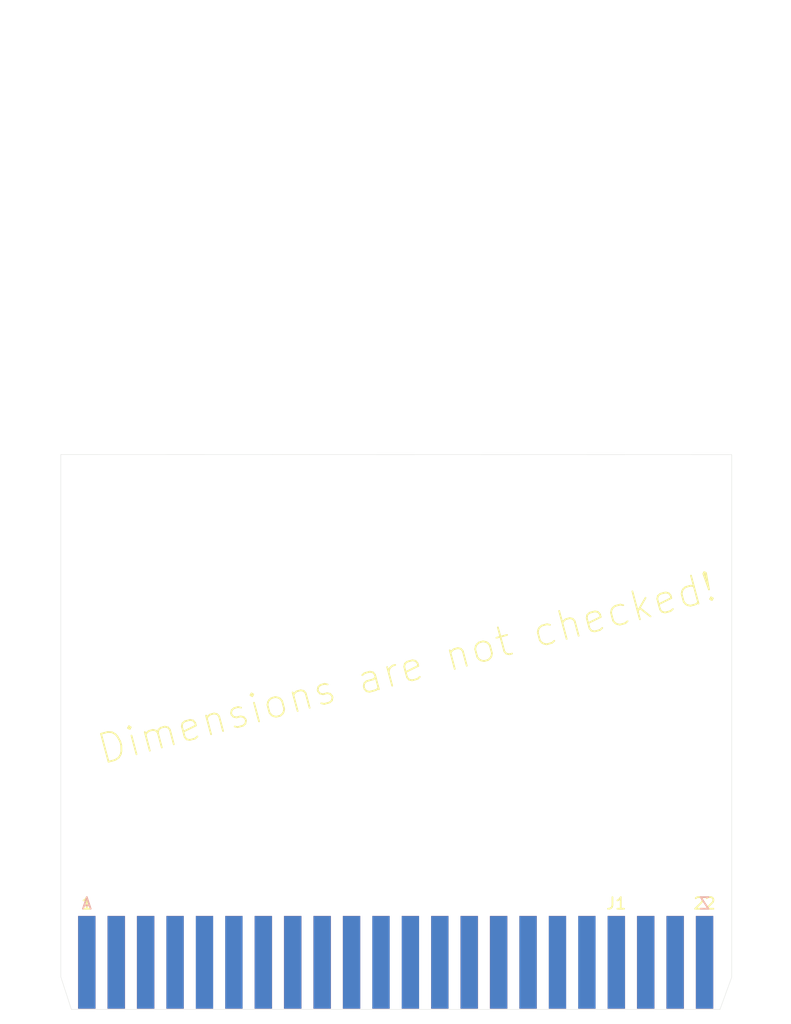
<source format=kicad_pcb>
(kicad_pcb (version 20171130) (host pcbnew "(5.1.0)-1")

  (general
    (thickness 1.6)
    (drawings 460)
    (tracks 0)
    (zones 0)
    (modules 2)
    (nets 3)
  )

  (page A4)
  (layers
    (0 F.Cu signal)
    (31 B.Cu signal)
    (32 B.Adhes user)
    (33 F.Adhes user)
    (34 B.Paste user)
    (35 F.Paste user)
    (36 B.SilkS user)
    (37 F.SilkS user)
    (38 B.Mask user)
    (39 F.Mask user)
    (40 Dwgs.User user)
    (41 Cmts.User user)
    (42 Eco1.User user)
    (43 Eco2.User user)
    (44 Edge.Cuts user)
    (45 Margin user)
    (46 B.CrtYd user)
    (47 F.CrtYd user)
    (48 B.Fab user)
    (49 F.Fab user)
  )

  (setup
    (last_trace_width 0.25)
    (trace_clearance 0.2)
    (zone_clearance 0.508)
    (zone_45_only no)
    (trace_min 0.2)
    (via_size 0.8)
    (via_drill 0.4)
    (via_min_size 0.4)
    (via_min_drill 0.3)
    (uvia_size 0.3)
    (uvia_drill 0.1)
    (uvias_allowed no)
    (uvia_min_size 0.2)
    (uvia_min_drill 0.1)
    (edge_width 0.05)
    (segment_width 0.2)
    (pcb_text_width 0.3)
    (pcb_text_size 1.5 1.5)
    (mod_edge_width 0.12)
    (mod_text_size 1 1)
    (mod_text_width 0.15)
    (pad_size 4.826 4.826)
    (pad_drill 4.826)
    (pad_to_mask_clearance 0.051)
    (solder_mask_min_width 0.25)
    (aux_axis_origin 0 0)
    (visible_elements FFFFEF7F)
    (pcbplotparams
      (layerselection 0x010fc_ffffffff)
      (usegerberextensions false)
      (usegerberattributes false)
      (usegerberadvancedattributes false)
      (creategerberjobfile false)
      (excludeedgelayer true)
      (linewidth 0.100000)
      (plotframeref false)
      (viasonmask false)
      (mode 1)
      (useauxorigin false)
      (hpglpennumber 1)
      (hpglpenspeed 20)
      (hpglpendiameter 15.000000)
      (psnegative false)
      (psa4output false)
      (plotreference true)
      (plotvalue true)
      (plotinvisibletext false)
      (padsonsilk false)
      (subtractmaskfromsilk false)
      (outputformat 1)
      (mirror false)
      (drillshape 1)
      (scaleselection 1)
      (outputdirectory ""))
  )

  (net 0 "")
  (net 1 GND)
  (net 2 +5V)

  (net_class Default "This is the default net class."
    (clearance 0.2)
    (trace_width 0.25)
    (via_dia 0.8)
    (via_drill 0.4)
    (uvia_dia 0.3)
    (uvia_drill 0.1)
    (add_net +5V)
    (add_net GND)
  )

  (module C64-cartlib:C64_EXPANSION_PORT (layer F.Cu) (tedit 5CDE82DA) (tstamp 5CDED907)
    (at 96.0755 107.823)
    (path /5CDECB47)
    (fp_text reference J1 (at 19.05 -5.08) (layer F.SilkS)
      (effects (font (size 1 1) (thickness 0.15)))
    )
    (fp_text value EXPANSION_PORT_C64 (at -19.431 -6.223) (layer F.Fab) hide
      (effects (font (size 1 1) (thickness 0.15)))
    )
    (fp_line (start -27.94 4.064) (end 27.94 4.064) (layer Cmts.User) (width 0.12))
    (fp_text user 22 (at 26.67 -5.08) (layer F.SilkS)
      (effects (font (size 1 1) (thickness 0.15)))
    )
    (fp_text user 1 (at -26.67 -5.08) (layer F.SilkS)
      (effects (font (size 1 1) (thickness 0.15)))
    )
    (fp_text user A (at -26.67 -5.08) (layer B.SilkS)
      (effects (font (size 1 1) (thickness 0.15)) (justify mirror))
    )
    (fp_text user Z (at 26.67 -5.08) (layer B.SilkS)
      (effects (font (size 1 1) (thickness 0.15)) (justify mirror))
    )
    (fp_line (start -27.94 4.064) (end -28.956 1.27) (layer Cmts.User) (width 0.12))
    (fp_line (start 27.94 4.064) (end 28.956 1.27) (layer Cmts.User) (width 0.12))
    (fp_line (start -28.956 1.27) (end -28.956 -4.445) (layer Cmts.User) (width 0.12))
    (fp_line (start 28.956 -4.445) (end 28.956 1.27) (layer Cmts.User) (width 0.12))
    (pad Z connect rect (at 26.67 0) (size 1.5 8) (layers B.Cu F.Mask)
      (net 1 GND))
    (pad Y connect rect (at 24.13 0) (size 1.5 8) (layers B.Cu F.Mask))
    (pad X connect rect (at 21.59 0) (size 1.5 8) (layers B.Cu F.Mask))
    (pad W connect rect (at 19.05 0) (size 1.5 8) (layers B.Cu F.Mask))
    (pad V connect rect (at 16.51 0) (size 1.5 8) (layers B.Cu F.Mask))
    (pad U connect rect (at 13.97 0) (size 1.5 8) (layers B.Cu F.Mask))
    (pad T connect rect (at 11.43 0) (size 1.5 8) (layers B.Cu F.Mask))
    (pad S connect rect (at 8.89 0) (size 1.5 8) (layers B.Cu F.Mask))
    (pad R connect rect (at 6.35 0) (size 1.5 8) (layers B.Cu F.Mask))
    (pad P connect rect (at 3.81 0) (size 1.5 8) (layers B.Cu F.Mask))
    (pad N connect rect (at 1.27 0) (size 1.5 8) (layers B.Cu F.Mask))
    (pad M connect rect (at -1.27 0) (size 1.5 8) (layers B.Cu F.Mask))
    (pad L connect rect (at -3.81 0) (size 1.5 8) (layers B.Cu F.Mask))
    (pad K connect rect (at -6.35 0) (size 1.5 8) (layers B.Cu F.Mask))
    (pad J connect rect (at -8.89 0) (size 1.5 8) (layers B.Cu F.Mask))
    (pad H connect rect (at -11.43 0) (size 1.5 8) (layers B.Cu F.Mask))
    (pad F connect rect (at -13.97 0) (size 1.5 8) (layers B.Cu F.Mask))
    (pad E connect rect (at -16.51 0) (size 1.5 8) (layers B.Cu F.Mask))
    (pad D connect rect (at -19.05 0) (size 1.5 8) (layers B.Cu F.Mask))
    (pad C connect rect (at -21.59 0) (size 1.5 8) (layers B.Cu F.Mask))
    (pad B connect rect (at -24.13 0) (size 1.5 8) (layers B.Cu F.Mask))
    (pad A connect rect (at -26.67 0) (size 1.5 8) (layers B.Cu F.Mask)
      (net 1 GND))
    (pad 22 connect rect (at 26.67 0) (size 1.5 8) (layers F.Cu F.Mask)
      (net 1 GND))
    (pad 21 connect rect (at 24.13 0) (size 1.5 8) (layers F.Cu F.Mask))
    (pad 20 connect rect (at 21.59 0) (size 1.5 8) (layers F.Cu F.Mask))
    (pad 19 connect rect (at 19.05 0) (size 1.5 8) (layers F.Cu F.Mask))
    (pad 18 connect rect (at 16.51 0) (size 1.5 8) (layers F.Cu F.Mask))
    (pad 17 connect rect (at 13.97 0) (size 1.5 8) (layers F.Cu F.Mask))
    (pad 16 connect rect (at 11.43 0) (size 1.5 8) (layers F.Cu F.Mask))
    (pad 15 connect rect (at 8.89 0) (size 1.5 8) (layers F.Cu F.Mask))
    (pad 14 connect rect (at 6.35 0) (size 1.5 8) (layers F.Cu F.Mask))
    (pad 13 connect rect (at 3.81 0) (size 1.5 8) (layers F.Cu F.Mask))
    (pad 12 connect rect (at 1.27 0) (size 1.5 8) (layers F.Cu F.Mask))
    (pad 11 connect rect (at -1.27 0) (size 1.5 8) (layers F.Cu F.Mask))
    (pad 10 connect rect (at -3.81 0) (size 1.5 8) (layers F.Cu F.Mask))
    (pad 9 connect rect (at -6.35 0) (size 1.5 8) (layers F.Cu F.Mask))
    (pad 8 connect rect (at -8.89 0) (size 1.5 8) (layers F.Cu F.Mask))
    (pad 7 connect rect (at -11.43 0) (size 1.5 8) (layers F.Cu F.Mask))
    (pad 6 connect rect (at -13.97 0) (size 1.5 8) (layers F.Cu F.Mask))
    (pad 5 connect rect (at -16.51 0) (size 1.5 8) (layers F.Cu F.Mask))
    (pad 4 connect rect (at -19.05 0) (size 1.5 8) (layers F.Cu F.Mask))
    (pad 3 connect rect (at -21.59 0) (size 1.5 8) (layers F.Cu F.Mask)
      (net 2 +5V))
    (pad 2 connect rect (at -24.13 0) (size 1.5 8) (layers F.Cu F.Mask)
      (net 2 +5V))
    (pad 1 connect rect (at -26.67 0) (size 1.5 8) (layers F.Cu F.Mask)
      (net 1 GND))
  )

  (module Mounting_Holes:MountingHole_5mm (layer F.Cu) (tedit 5CDE8EF5) (tstamp 5CDED6F6)
    (at 96.1208 69.0738)
    (descr "Mounting Hole 5mm, no annular")
    (tags "mounting hole 5mm no annular")
    (fp_text reference REF** (at 0.508 -4.064) (layer F.SilkS) hide
      (effects (font (size 1 1) (thickness 0.15)))
    )
    (fp_text value MountingHole_5mm (at 0 6) (layer F.Fab) hide
      (effects (font (size 1 1) (thickness 0.15)))
    )
    (pad "" np_thru_hole circle (at 0 0) (size 4.826 4.826) (drill 4.826) (layers *.Cu))
  )

  (gr_text "Dimensions are not checked!" (at 97.028 82.423 15) (layer F.SilkS)
    (effects (font (size 2.5 2.5) (thickness 0.15)))
  )
  (gr_line (start 125.095 64.008) (end 67.1648 63.9938) (layer Edge.Cuts) (width 0.0254) (tstamp 5CDEEB5A))
  (gr_line (start 125.095 109.093) (end 125.095 64.008) (layer Edge.Cuts) (width 0.0254))
  (gr_line (start 124.079 111.887) (end 125.095 109.093) (layer Edge.Cuts) (width 0.0254))
  (gr_line (start 68.072 111.887) (end 124.079 111.887) (layer Edge.Cuts) (width 0.0254))
  (gr_line (start 67.1648 109.093) (end 68.072 111.887) (layer Edge.Cuts) (width 0.0254))
  (gr_line (start 67.1648 63.9938) (end 67.1648 109.093) (layer Edge.Cuts) (width 0.0254))
  (gr_line (start 127.2358 100.8238) (end 65.0058 100.8238) (angle 90) (layer Cmts.User) (width 0.2) (tstamp 5CDED983))
  (gr_line (start 65.0058 102.7288) (end 127.2358 102.7288) (angle 90) (layer Cmts.User) (width 0.2) (tstamp 5CDED985))
  (gr_line (start 62.0339 113.1064) (end 62.0279 113.1044) (layer Cmts.User) (width 0.1) (tstamp 5CDEDAE1))
  (gr_line (start 62.0279 113.1044) (end 62.0209 113.1044) (layer Cmts.User) (width 0.1) (tstamp 5CDEDAE0))
  (gr_line (start 62.0209 113.1044) (end 62.0149 113.1024) (layer Cmts.User) (width 0.1) (tstamp 5CDEDADF))
  (gr_line (start 62.0149 113.1024) (end 62.0079 113.1014) (layer Cmts.User) (width 0.1) (tstamp 5CDEDADE))
  (gr_line (start 62.0079 113.1014) (end 62.0029 113.0984) (layer Cmts.User) (width 0.1) (tstamp 5CDEDADD))
  (gr_line (start 62.0029 113.0984) (end 61.9969 113.0964) (layer Cmts.User) (width 0.1) (tstamp 5CDEDADC))
  (gr_line (start 61.9969 113.0964) (end 61.9919 113.0914) (layer Cmts.User) (width 0.1) (tstamp 5CDEDADB))
  (gr_line (start 61.9919 113.0914) (end 61.9859 113.0884) (layer Cmts.User) (width 0.1) (tstamp 5CDEDADA))
  (gr_line (start 61.9859 113.0884) (end 61.9819 113.0834) (layer Cmts.User) (width 0.1) (tstamp 5CDEDAD9))
  (gr_line (start 61.9819 113.0834) (end 61.9769 113.0794) (layer Cmts.User) (width 0.1) (tstamp 5CDEDAD8))
  (gr_line (start 61.9769 113.0794) (end 61.9729 113.0734) (layer Cmts.User) (width 0.1) (tstamp 5CDEDAD7))
  (gr_line (start 61.9729 113.0734) (end 61.9689 113.0684) (layer Cmts.User) (width 0.1) (tstamp 5CDEDAD6))
  (gr_line (start 61.9689 113.0684) (end 61.9669 113.0624) (layer Cmts.User) (width 0.1) (tstamp 5CDEDAD5))
  (gr_line (start 61.9669 113.0624) (end 61.9639 113.0564) (layer Cmts.User) (width 0.1) (tstamp 5CDEDA6F))
  (gr_line (start 61.9639 113.0564) (end 61.9619 113.0504) (layer Cmts.User) (width 0.1) (tstamp 5CDEDA6E))
  (gr_line (start 61.9619 113.0504) (end 61.9599 113.0444) (layer Cmts.User) (width 0.1) (tstamp 5CDEDA6D))
  (gr_line (start 61.9599 113.0444) (end 61.9599 113.0374) (layer Cmts.User) (width 0.1) (tstamp 5CDEDA6C))
  (gr_line (start 61.9599 113.0374) (end 61.9589 113.0314) (layer Cmts.User) (width 0.1) (tstamp 5CDEDA6B))
  (gr_line (start 61.9589 113.0314) (end 61.9589 24.893) (layer Cmts.User) (width 0.1) (tstamp 5CDEDA6A))
  (gr_line (start 61.9589 24.893) (end 61.9599 24.8865) (layer Cmts.User) (width 0.1) (tstamp 5CDEDA69))
  (gr_line (start 61.9599 24.8865) (end 61.9599 24.88) (layer Cmts.User) (width 0.1) (tstamp 5CDEDA68))
  (gr_line (start 61.9599 24.88) (end 61.9619 24.8738) (layer Cmts.User) (width 0.1) (tstamp 5CDEDA67))
  (gr_line (start 61.9619 24.8738) (end 61.9639 24.8673) (layer Cmts.User) (width 0.1) (tstamp 5CDEDA66))
  (gr_line (start 61.9639 24.8673) (end 61.9669 24.8617) (layer Cmts.User) (width 0.1) (tstamp 5CDEDA65))
  (gr_line (start 61.9669 24.8617) (end 61.9689 24.8555) (layer Cmts.User) (width 0.1) (tstamp 5CDEDA64))
  (gr_line (start 61.9689 24.8555) (end 61.9729 24.8505) (layer Cmts.User) (width 0.1) (tstamp 5CDEDA63))
  (gr_line (start 61.9729 24.8505) (end 61.9769 24.8448) (layer Cmts.User) (width 0.1) (tstamp 5CDEDA62))
  (gr_line (start 61.9769 24.8448) (end 61.9819 24.8406) (layer Cmts.User) (width 0.1) (tstamp 5CDEDA61))
  (gr_line (start 61.9819 24.8406) (end 61.9859 24.8355) (layer Cmts.User) (width 0.1) (tstamp 5CDEDA60))
  (gr_line (start 61.9859 24.8355) (end 61.9919 24.8323) (layer Cmts.User) (width 0.1) (tstamp 5CDEDA5F))
  (gr_line (start 61.9919 24.8323) (end 61.9969 24.828) (layer Cmts.User) (width 0.1) (tstamp 5CDEDA5E))
  (gr_line (start 61.9969 24.828) (end 62.0029 24.8258) (layer Cmts.User) (width 0.1) (tstamp 5CDEDA5D))
  (gr_line (start 62.0029 24.8258) (end 62.0079 24.8225) (layer Cmts.User) (width 0.1) (tstamp 5CDEDA5C))
  (gr_line (start 62.0079 24.8225) (end 62.0149 24.8214) (layer Cmts.User) (width 0.1) (tstamp 5CDEDA5B))
  (gr_line (start 62.0149 24.8214) (end 62.0209 24.8191) (layer Cmts.User) (width 0.1) (tstamp 5CDEDA5A))
  (gr_line (start 62.0209 24.8191) (end 62.0279 24.8191) (layer Cmts.User) (width 0.1) (tstamp 5CDEDA59))
  (gr_line (start 62.0279 24.8191) (end 62.0339 24.818) (layer Cmts.User) (width 0.1) (tstamp 5CDEDA58))
  (gr_line (start 62.0339 24.818) (end 130.1059 24.818) (layer Cmts.User) (width 0.1) (tstamp 5CDEDA57))
  (gr_line (start 130.1059 24.818) (end 130.1129 24.8191) (layer Cmts.User) (width 0.1) (tstamp 5CDEDA56))
  (gr_line (start 130.1129 24.8191) (end 130.1189 24.8191) (layer Cmts.User) (width 0.1) (tstamp 5CDEDA55))
  (gr_line (start 130.1189 24.8191) (end 130.1249 24.8214) (layer Cmts.User) (width 0.1) (tstamp 5CDEDA54))
  (gr_line (start 130.1249 24.8214) (end 130.1319 24.8225) (layer Cmts.User) (width 0.1) (tstamp 5CDEDA53))
  (gr_line (start 130.1319 24.8225) (end 130.1369 24.8258) (layer Cmts.User) (width 0.1) (tstamp 5CDEDA52))
  (gr_line (start 130.1369 24.8258) (end 130.1439 24.828) (layer Cmts.User) (width 0.1) (tstamp 5CDEDA51))
  (gr_line (start 130.1439 24.828) (end 130.1489 24.8323) (layer Cmts.User) (width 0.1) (tstamp 5CDEDA50))
  (gr_line (start 130.1489 24.8323) (end 130.1539 24.8355) (layer Cmts.User) (width 0.1) (tstamp 5CDEDA4F))
  (gr_line (start 130.1539 24.8355) (end 130.1589 24.8406) (layer Cmts.User) (width 0.1) (tstamp 5CDEDA4E))
  (gr_line (start 130.1589 24.8406) (end 130.1639 24.8448) (layer Cmts.User) (width 0.1) (tstamp 5CDEDA4D))
  (gr_line (start 130.1639 24.8448) (end 130.1669 24.8505) (layer Cmts.User) (width 0.1) (tstamp 5CDEDA4C))
  (gr_line (start 130.1669 24.8505) (end 130.1709 24.8555) (layer Cmts.User) (width 0.1) (tstamp 5CDEDA4B))
  (gr_line (start 130.1709 24.8555) (end 130.1729 24.8617) (layer Cmts.User) (width 0.1) (tstamp 5CDEDA4A))
  (gr_line (start 130.1729 24.8617) (end 130.1769 24.8673) (layer Cmts.User) (width 0.1) (tstamp 5CDEDA49))
  (gr_line (start 130.1769 24.8673) (end 130.1779 24.8738) (layer Cmts.User) (width 0.1) (tstamp 5CDEDA48))
  (gr_line (start 130.1779 24.8738) (end 130.1799 24.88) (layer Cmts.User) (width 0.1) (tstamp 5CDEDA47))
  (gr_line (start 130.1799 24.88) (end 130.1799 24.8865) (layer Cmts.User) (width 0.1) (tstamp 5CDEDA46))
  (gr_line (start 130.1799 24.8865) (end 130.1809 24.893) (layer Cmts.User) (width 0.1) (tstamp 5CDEDA45))
  (gr_line (start 130.1809 24.893) (end 130.1809 113.0314) (layer Cmts.User) (width 0.1) (tstamp 5CDEDA44))
  (gr_line (start 130.1809 113.0314) (end 130.1799 113.0374) (layer Cmts.User) (width 0.1) (tstamp 5CDEDA43))
  (gr_line (start 130.1799 113.0374) (end 130.1799 113.0444) (layer Cmts.User) (width 0.1) (tstamp 5CDEDA42))
  (gr_line (start 130.1799 113.0444) (end 130.1779 113.0504) (layer Cmts.User) (width 0.1) (tstamp 5CDEDA41))
  (gr_line (start 130.1779 113.0504) (end 130.1769 113.0564) (layer Cmts.User) (width 0.1) (tstamp 5CDEDA40))
  (gr_line (start 130.1769 113.0564) (end 130.1729 113.0624) (layer Cmts.User) (width 0.1) (tstamp 5CDEDA3F))
  (gr_line (start 130.1729 113.0624) (end 130.1709 113.0684) (layer Cmts.User) (width 0.1) (tstamp 5CDEDA3E))
  (gr_line (start 130.1709 113.0684) (end 130.1669 113.0734) (layer Cmts.User) (width 0.1) (tstamp 5CDEDA3D))
  (gr_line (start 130.1669 113.0734) (end 130.1639 113.0794) (layer Cmts.User) (width 0.1) (tstamp 5CDEDA3C))
  (gr_line (start 130.1639 113.0794) (end 130.1589 113.0834) (layer Cmts.User) (width 0.1) (tstamp 5CDEDA3B))
  (gr_line (start 130.1589 113.0834) (end 130.1539 113.0884) (layer Cmts.User) (width 0.1) (tstamp 5CDEDA3A))
  (gr_line (start 130.1539 113.0884) (end 130.1489 113.0914) (layer Cmts.User) (width 0.1) (tstamp 5CDEDA39))
  (gr_line (start 130.1489 113.0914) (end 130.1439 113.0964) (layer Cmts.User) (width 0.1) (tstamp 5CDEDA38))
  (gr_line (start 130.1439 113.0964) (end 130.1369 113.0984) (layer Cmts.User) (width 0.1) (tstamp 5CDEDA37))
  (gr_line (start 130.1369 113.0984) (end 130.1319 113.1014) (layer Cmts.User) (width 0.1) (tstamp 5CDEDA36))
  (gr_line (start 130.1319 113.1014) (end 130.1249 113.1024) (layer Cmts.User) (width 0.1) (tstamp 5CDEDA35))
  (gr_line (start 130.1249 113.1024) (end 130.1189 113.1044) (layer Cmts.User) (width 0.1) (tstamp 5CDEDA34))
  (gr_line (start 130.1189 113.1044) (end 130.1129 113.1044) (layer Cmts.User) (width 0.1) (tstamp 5CDEDA33))
  (gr_line (start 130.1129 113.1044) (end 130.1059 113.1064) (layer Cmts.User) (width 0.1) (tstamp 5CDEDA32))
  (gr_line (start 130.1059 113.1064) (end 127.5029 113.1064) (layer Cmts.User) (width 0.1) (tstamp 5CDEDA31))
  (gr_line (start 127.5029 113.1064) (end 64.6379 113.1064) (layer Cmts.User) (width 0.1) (tstamp 5CDEDA30))
  (gr_line (start 64.6379 113.1064) (end 62.0339 113.1064) (layer Cmts.User) (width 0.1) (tstamp 5CDEDA2F))
  (gr_line (start 62.1089 24.968) (end 62.1089 112.9564) (layer Cmts.User) (width 0.1) (tstamp 5CDEDA2E))
  (gr_line (start 62.1089 112.9564) (end 64.5629 112.9564) (layer Cmts.User) (width 0.1) (tstamp 5CDEDA2D))
  (gr_line (start 64.5629 112.9564) (end 64.5629 95.5054) (layer Cmts.User) (width 0.1) (tstamp 5CDEDA2C))
  (gr_line (start 64.5629 95.5054) (end 64.5639 95.4984) (layer Cmts.User) (width 0.1) (tstamp 5CDEDA2B))
  (gr_line (start 64.5639 95.4984) (end 64.5639 95.4924) (layer Cmts.User) (width 0.1) (tstamp 5CDEDA2A))
  (gr_line (start 64.5639 95.4924) (end 64.5659 95.4854) (layer Cmts.User) (width 0.1) (tstamp 5CDEDA29))
  (gr_line (start 64.5659 95.4854) (end 64.5669 95.4794) (layer Cmts.User) (width 0.1) (tstamp 5CDEDA28))
  (gr_line (start 64.5669 95.4794) (end 64.5699 95.4734) (layer Cmts.User) (width 0.1) (tstamp 5CDEDA27))
  (gr_line (start 64.5699 95.4734) (end 64.5729 95.4674) (layer Cmts.User) (width 0.1) (tstamp 5CDEDA26))
  (gr_line (start 64.5729 95.4674) (end 64.5769 95.4624) (layer Cmts.User) (width 0.1) (tstamp 5CDEDA25))
  (gr_line (start 64.5769 95.4624) (end 64.5799 95.4564) (layer Cmts.User) (width 0.1) (tstamp 5CDEDA24))
  (gr_line (start 64.5799 95.4564) (end 64.5849 95.4524) (layer Cmts.User) (width 0.1) (tstamp 5CDEDA23))
  (gr_line (start 64.5849 95.4524) (end 64.5889 95.4474) (layer Cmts.User) (width 0.1) (tstamp 5CDEDA22))
  (gr_line (start 64.5889 95.4474) (end 64.5949 95.4444) (layer Cmts.User) (width 0.1) (tstamp 5CDEDA21))
  (gr_line (start 64.5949 95.4444) (end 64.5999 95.4404) (layer Cmts.User) (width 0.1) (tstamp 5CDEDA20))
  (gr_line (start 64.5999 95.4404) (end 64.6059 95.4374) (layer Cmts.User) (width 0.1) (tstamp 5CDEDA1F))
  (gr_line (start 64.6059 95.4374) (end 64.6119 95.4344) (layer Cmts.User) (width 0.1) (tstamp 5CDEDA1E))
  (gr_line (start 64.6119 95.4344) (end 64.6179 95.4334) (layer Cmts.User) (width 0.1) (tstamp 5CDEDA1D))
  (gr_line (start 64.6179 95.4334) (end 64.6249 95.4314) (layer Cmts.User) (width 0.1) (tstamp 5CDEDA1C))
  (gr_line (start 64.6249 95.4314) (end 64.6309 95.4314) (layer Cmts.User) (width 0.1) (tstamp 5CDEDA1B))
  (gr_line (start 64.6309 95.4314) (end 64.6379 95.4304) (layer Cmts.User) (width 0.1) (tstamp 5CDEDA1A))
  (gr_line (start 64.6379 95.4304) (end 67.1029 95.4304) (layer Cmts.User) (width 0.1) (tstamp 5CDEDA19))
  (gr_line (start 67.1029 95.4304) (end 67.1029 92.9894) (layer Cmts.User) (width 0.1) (tstamp 5CDEDA18))
  (gr_line (start 67.1029 92.9894) (end 64.6379 92.9894) (layer Cmts.User) (width 0.1) (tstamp 5CDEDA17))
  (gr_line (start 64.6379 92.9894) (end 64.6309 92.9884) (layer Cmts.User) (width 0.1) (tstamp 5CDEDA16))
  (gr_line (start 64.6309 92.9884) (end 64.6249 92.9884) (layer Cmts.User) (width 0.1) (tstamp 5CDEDA15))
  (gr_line (start 64.6249 92.9884) (end 64.6179 92.9854) (layer Cmts.User) (width 0.1) (tstamp 5CDEDA14))
  (gr_line (start 124.8949 95.5364) (end 124.8919 95.5304) (layer Cmts.User) (width 0.1) (tstamp 5CDEDA13))
  (gr_line (start 124.8919 95.5304) (end 124.8909 95.5244) (layer Cmts.User) (width 0.1) (tstamp 5CDEDA12))
  (gr_line (start 124.8909 95.5244) (end 124.8889 95.5184) (layer Cmts.User) (width 0.1) (tstamp 5CDEDA11))
  (gr_line (start 124.8889 95.5184) (end 124.8889 95.5114) (layer Cmts.User) (width 0.1) (tstamp 5CDEDA10))
  (gr_line (start 124.8889 95.5114) (end 124.8879 95.5054) (layer Cmts.User) (width 0.1) (tstamp 5CDEDA0F))
  (gr_line (start 124.8879 95.5054) (end 124.8879 92.9144) (layer Cmts.User) (width 0.1) (tstamp 5CDEDA0E))
  (gr_line (start 124.8879 92.9144) (end 124.8889 92.9074) (layer Cmts.User) (width 0.1) (tstamp 5CDEDA0D))
  (gr_line (start 124.8889 92.9074) (end 124.8889 92.9014) (layer Cmts.User) (width 0.1) (tstamp 5CDEDA0C))
  (gr_line (start 124.8889 92.9014) (end 124.8909 92.8954) (layer Cmts.User) (width 0.1) (tstamp 5CDEDA0B))
  (gr_line (start 124.8909 92.8954) (end 124.8919 92.8884) (layer Cmts.User) (width 0.1) (tstamp 5CDEDA0A))
  (gr_line (start 124.8919 92.8884) (end 124.8949 92.8824) (layer Cmts.User) (width 0.1) (tstamp 5CDEDA09))
  (gr_line (start 124.8949 92.8824) (end 124.8979 92.8764) (layer Cmts.User) (width 0.1) (tstamp 5CDEDA08))
  (gr_line (start 124.8979 92.8764) (end 124.9019 92.8714) (layer Cmts.User) (width 0.1) (tstamp 5CDEDA07))
  (gr_line (start 124.9019 92.8714) (end 124.9049 92.8664) (layer Cmts.User) (width 0.1) (tstamp 5CDEDA06))
  (gr_line (start 124.9049 92.8664) (end 124.9099 92.8614) (layer Cmts.User) (width 0.1) (tstamp 5CDEDA05))
  (gr_line (start 124.9099 92.8614) (end 124.9139 92.8564) (layer Cmts.User) (width 0.1) (tstamp 5CDEDA04))
  (gr_line (start 124.9139 92.8564) (end 124.9199 92.8534) (layer Cmts.User) (width 0.1) (tstamp 5CDEDA03))
  (gr_line (start 124.9199 92.8534) (end 124.9249 92.8494) (layer Cmts.User) (width 0.1) (tstamp 5CDEDA02))
  (gr_line (start 124.9249 92.8494) (end 124.9309 92.8474) (layer Cmts.User) (width 0.1) (tstamp 5CDEDA01))
  (gr_line (start 124.9309 92.8474) (end 124.9369 92.8434) (layer Cmts.User) (width 0.1) (tstamp 5CDEDA00))
  (gr_line (start 124.9369 92.8434) (end 124.9429 92.8424) (layer Cmts.User) (width 0.1) (tstamp 5CDED9FF))
  (gr_line (start 124.9429 92.8424) (end 124.9499 92.8404) (layer Cmts.User) (width 0.1) (tstamp 5CDED9FE))
  (gr_line (start 64.6179 92.9854) (end 64.6119 92.9844) (layer Cmts.User) (width 0.1) (tstamp 5CDED9FD))
  (gr_line (start 64.6119 92.9844) (end 64.6059 92.9814) (layer Cmts.User) (width 0.1) (tstamp 5CDED9FC))
  (gr_line (start 64.6059 92.9814) (end 64.5999 92.9794) (layer Cmts.User) (width 0.1) (tstamp 5CDED9FB))
  (gr_line (start 64.5999 92.9794) (end 64.5949 92.9754) (layer Cmts.User) (width 0.1) (tstamp 5CDED9FA))
  (gr_line (start 64.5949 92.9754) (end 64.5889 92.9714) (layer Cmts.User) (width 0.1) (tstamp 5CDED9F9))
  (gr_line (start 64.5889 92.9714) (end 64.5849 92.9664) (layer Cmts.User) (width 0.1) (tstamp 5CDED9F8))
  (gr_line (start 64.5849 92.9664) (end 64.5799 92.9624) (layer Cmts.User) (width 0.1) (tstamp 5CDED9F7))
  (gr_line (start 64.5799 92.9624) (end 64.5769 92.9564) (layer Cmts.User) (width 0.1) (tstamp 5CDED9F6))
  (gr_line (start 64.5769 92.9564) (end 64.5729 92.9514) (layer Cmts.User) (width 0.1) (tstamp 5CDED9F5))
  (gr_line (start 64.5729 92.9514) (end 64.5699 92.9454) (layer Cmts.User) (width 0.1) (tstamp 5CDED9F4))
  (gr_line (start 64.5699 92.9454) (end 64.5669 92.9394) (layer Cmts.User) (width 0.1) (tstamp 5CDED9F3))
  (gr_line (start 64.5669 92.9394) (end 64.5659 92.9334) (layer Cmts.User) (width 0.1) (tstamp 5CDED9F2))
  (gr_line (start 64.5659 92.9334) (end 64.5639 92.9274) (layer Cmts.User) (width 0.1) (tstamp 5CDED9F1))
  (gr_line (start 64.5639 92.9274) (end 64.5639 92.9204) (layer Cmts.User) (width 0.1) (tstamp 5CDED9F0))
  (gr_line (start 64.5639 92.9204) (end 64.5629 92.9144) (layer Cmts.User) (width 0.1) (tstamp 5CDED9EF))
  (gr_line (start 64.5629 92.9144) (end 64.5629 38.736) (layer Cmts.User) (width 0.1) (tstamp 5CDED9EE))
  (gr_line (start 64.5629 38.736) (end 64.5639 38.7295) (layer Cmts.User) (width 0.1) (tstamp 5CDED9ED))
  (gr_line (start 64.5639 38.7295) (end 64.5639 38.723) (layer Cmts.User) (width 0.1) (tstamp 5CDED9EC))
  (gr_line (start 64.5639 38.723) (end 64.5659 38.7168) (layer Cmts.User) (width 0.1) (tstamp 5CDED9EB))
  (gr_line (start 64.5659 38.7168) (end 64.5669 38.7103) (layer Cmts.User) (width 0.1) (tstamp 5CDED9EA))
  (gr_line (start 64.5669 38.7103) (end 64.5699 38.7047) (layer Cmts.User) (width 0.1) (tstamp 5CDED9E9))
  (gr_line (start 64.5699 38.7047) (end 64.5729 38.6985) (layer Cmts.User) (width 0.1) (tstamp 5CDED9E8))
  (gr_line (start 64.5729 38.6985) (end 64.5769 38.6935) (layer Cmts.User) (width 0.1) (tstamp 5CDED9E7))
  (gr_line (start 64.5769 38.6935) (end 64.5799 38.6878) (layer Cmts.User) (width 0.1) (tstamp 5CDED9E6))
  (gr_line (start 64.5799 38.6878) (end 64.5849 38.6836) (layer Cmts.User) (width 0.1) (tstamp 5CDED9E5))
  (gr_line (start 64.5849 38.6836) (end 64.5889 38.6785) (layer Cmts.User) (width 0.1) (tstamp 5CDED9E4))
  (gr_line (start 64.5889 38.6785) (end 64.5949 38.6753) (layer Cmts.User) (width 0.1) (tstamp 5CDED9E3))
  (gr_line (start 64.5949 38.6753) (end 64.5999 38.671) (layer Cmts.User) (width 0.1) (tstamp 5CDED9E2))
  (gr_line (start 64.5999 38.671) (end 64.6059 38.6688) (layer Cmts.User) (width 0.1) (tstamp 5CDED9E1))
  (gr_line (start 64.6059 38.6688) (end 64.6119 38.6655) (layer Cmts.User) (width 0.1) (tstamp 5CDED9E0))
  (gr_line (start 64.6119 38.6655) (end 64.6179 38.6644) (layer Cmts.User) (width 0.1) (tstamp 5CDED9DF))
  (gr_line (start 64.6179 38.6644) (end 64.6249 38.6621) (layer Cmts.User) (width 0.1) (tstamp 5CDED9DE))
  (gr_line (start 64.6249 38.6621) (end 64.6309 38.6621) (layer Cmts.User) (width 0.1) (tstamp 5CDED9DD))
  (gr_line (start 64.6309 38.6621) (end 64.6379 38.661) (layer Cmts.User) (width 0.1) (tstamp 5CDED9DC))
  (gr_line (start 64.6379 38.661) (end 67.1029 38.661) (layer Cmts.User) (width 0.1) (tstamp 5CDED9DB))
  (gr_line (start 67.1029 38.661) (end 67.1029 35.5852) (layer Cmts.User) (width 0.1) (tstamp 5CDED9DA))
  (gr_line (start 67.1029 35.5852) (end 64.6379 35.5852) (layer Cmts.User) (width 0.1) (tstamp 5CDED9D9))
  (gr_line (start 64.6379 35.5852) (end 64.6309 35.5841) (layer Cmts.User) (width 0.1) (tstamp 5CDED9D8))
  (gr_line (start 64.6309 35.5841) (end 64.6249 35.5841) (layer Cmts.User) (width 0.1) (tstamp 5CDED9D7))
  (gr_line (start 64.6249 35.5841) (end 64.6179 35.5818) (layer Cmts.User) (width 0.1) (tstamp 5CDED9D6))
  (gr_line (start 64.6179 35.5818) (end 64.6119 35.5807) (layer Cmts.User) (width 0.1) (tstamp 5CDED9D5))
  (gr_line (start 64.6119 35.5807) (end 64.6059 35.5774) (layer Cmts.User) (width 0.1) (tstamp 5CDED9D4))
  (gr_line (start 64.6059 35.5774) (end 64.5999 35.5752) (layer Cmts.User) (width 0.1) (tstamp 5CDED9D3))
  (gr_line (start 64.5999 35.5752) (end 64.5949 35.5709) (layer Cmts.User) (width 0.1) (tstamp 5CDED9D2))
  (gr_line (start 64.5949 35.5709) (end 64.5889 35.5677) (layer Cmts.User) (width 0.1) (tstamp 5CDED9D1))
  (gr_line (start 64.5889 35.5677) (end 64.5849 35.5626) (layer Cmts.User) (width 0.1) (tstamp 5CDED9D0))
  (gr_line (start 64.5849 35.5626) (end 64.5799 35.5584) (layer Cmts.User) (width 0.1) (tstamp 5CDED9CF))
  (gr_line (start 64.5799 35.5584) (end 64.5769 35.5527) (layer Cmts.User) (width 0.1) (tstamp 5CDED9CE))
  (gr_line (start 64.5769 35.5527) (end 64.5729 35.5477) (layer Cmts.User) (width 0.1) (tstamp 5CDED9CD))
  (gr_line (start 64.5729 35.5477) (end 64.5699 35.5415) (layer Cmts.User) (width 0.1) (tstamp 5CDED9CC))
  (gr_line (start 64.5699 35.5415) (end 64.5669 35.5359) (layer Cmts.User) (width 0.1) (tstamp 5CDED9CB))
  (gr_line (start 64.5669 35.5359) (end 64.5659 35.5294) (layer Cmts.User) (width 0.1) (tstamp 5CDED9CA))
  (gr_line (start 64.5659 35.5294) (end 64.5639 35.5232) (layer Cmts.User) (width 0.1) (tstamp 5CDED9C9))
  (gr_line (start 64.5639 35.5232) (end 64.5639 35.5167) (layer Cmts.User) (width 0.1) (tstamp 5CDED9C8))
  (gr_line (start 64.5639 35.5167) (end 64.5629 35.5102) (layer Cmts.User) (width 0.1) (tstamp 5CDED9C7))
  (gr_line (start 64.5629 35.5102) (end 64.5629 26.925) (layer Cmts.User) (width 0.1) (tstamp 5CDED9C6))
  (gr_line (start 64.5629 26.925) (end 64.5639 26.9185) (layer Cmts.User) (width 0.1) (tstamp 5CDED9C5))
  (gr_line (start 64.5639 26.9185) (end 64.5639 26.912) (layer Cmts.User) (width 0.1) (tstamp 5CDED9C4))
  (gr_line (start 64.5639 26.912) (end 64.5659 26.9058) (layer Cmts.User) (width 0.1) (tstamp 5CDED9C3))
  (gr_line (start 64.5659 26.9058) (end 64.5669 26.8993) (layer Cmts.User) (width 0.1) (tstamp 5CDED9C2))
  (gr_line (start 64.5669 26.8993) (end 64.5699 26.8937) (layer Cmts.User) (width 0.1) (tstamp 5CDED9C1))
  (gr_line (start 64.5699 26.8937) (end 64.5729 26.8875) (layer Cmts.User) (width 0.1) (tstamp 5CDED9C0))
  (gr_line (start 64.5729 26.8875) (end 64.5769 26.8825) (layer Cmts.User) (width 0.1) (tstamp 5CDED9BF))
  (gr_line (start 64.5769 26.8825) (end 64.5799 26.8768) (layer Cmts.User) (width 0.1) (tstamp 5CDED9BE))
  (gr_line (start 64.5799 26.8768) (end 64.5849 26.8726) (layer Cmts.User) (width 0.1) (tstamp 5CDED9BD))
  (gr_line (start 64.5849 26.8726) (end 64.5889 26.8675) (layer Cmts.User) (width 0.1) (tstamp 5CDED9BC))
  (gr_line (start 64.5889 26.8675) (end 64.5949 26.8643) (layer Cmts.User) (width 0.1) (tstamp 5CDED9BB))
  (gr_line (start 64.5949 26.8643) (end 64.5999 26.86) (layer Cmts.User) (width 0.1) (tstamp 5CDED9BA))
  (gr_line (start 64.5999 26.86) (end 64.6059 26.8578) (layer Cmts.User) (width 0.1) (tstamp 5CDED9B9))
  (gr_line (start 64.6059 26.8578) (end 64.6119 26.8545) (layer Cmts.User) (width 0.1) (tstamp 5CDED9B8))
  (gr_line (start 64.6119 26.8545) (end 64.6179 26.8534) (layer Cmts.User) (width 0.1) (tstamp 5CDED9B7))
  (gr_line (start 64.6179 26.8534) (end 64.6249 26.8511) (layer Cmts.User) (width 0.1) (tstamp 5CDED9B6))
  (gr_line (start 64.6249 26.8511) (end 64.6309 26.8511) (layer Cmts.User) (width 0.1) (tstamp 5CDED9B5))
  (gr_line (start 64.6309 26.8511) (end 64.6379 26.85) (layer Cmts.User) (width 0.1) (tstamp 5CDED9B4))
  (gr_line (start 64.6379 26.85) (end 127.5029 26.85) (layer Cmts.User) (width 0.1) (tstamp 5CDED9B3))
  (gr_line (start 127.5029 26.85) (end 127.5089 26.8511) (layer Cmts.User) (width 0.1) (tstamp 5CDED9B2))
  (gr_line (start 127.5089 26.8511) (end 127.5159 26.8511) (layer Cmts.User) (width 0.1) (tstamp 5CDED9B1))
  (gr_line (start 127.5159 26.8511) (end 127.5219 26.8534) (layer Cmts.User) (width 0.1) (tstamp 5CDED9B0))
  (gr_line (start 127.5219 26.8534) (end 127.5279 26.8545) (layer Cmts.User) (width 0.1) (tstamp 5CDED9AF))
  (gr_line (start 127.5279 26.8545) (end 127.5339 26.8578) (layer Cmts.User) (width 0.1) (tstamp 5CDED9AE))
  (gr_line (start 127.5339 26.8578) (end 127.5399 26.86) (layer Cmts.User) (width 0.1) (tstamp 5CDED9AD))
  (gr_line (start 127.5399 26.86) (end 127.5449 26.8643) (layer Cmts.User) (width 0.1) (tstamp 5CDED9AC))
  (gr_line (start 127.5449 26.8643) (end 127.5509 26.8675) (layer Cmts.User) (width 0.1) (tstamp 5CDED9AB))
  (gr_line (start 127.5509 26.8675) (end 127.5549 26.8726) (layer Cmts.User) (width 0.1) (tstamp 5CDED9AA))
  (gr_line (start 127.5549 26.8726) (end 127.5599 26.8768) (layer Cmts.User) (width 0.1) (tstamp 5CDED9A9))
  (gr_line (start 127.5599 26.8768) (end 127.5629 26.8825) (layer Cmts.User) (width 0.1) (tstamp 5CDED9A8))
  (gr_line (start 127.5629 26.8825) (end 127.5679 26.8875) (layer Cmts.User) (width 0.1) (tstamp 5CDED9A7))
  (gr_line (start 127.5679 26.8875) (end 127.5699 26.8937) (layer Cmts.User) (width 0.1) (tstamp 5CDED9A6))
  (gr_line (start 127.5699 26.8937) (end 127.5729 26.8993) (layer Cmts.User) (width 0.1) (tstamp 5CDED9A5))
  (gr_line (start 127.5729 26.8993) (end 127.5739 26.9058) (layer Cmts.User) (width 0.1) (tstamp 5CDED9A4))
  (gr_line (start 127.5739 26.9058) (end 127.5759 26.912) (layer Cmts.User) (width 0.1) (tstamp 5CDED9A3))
  (gr_line (start 127.5759 26.912) (end 127.5759 26.9185) (layer Cmts.User) (width 0.1) (tstamp 5CDED9A2))
  (gr_line (start 124.8889 35.5037) (end 124.8889 35.4972) (layer Cmts.User) (width 0.1) (tstamp 5CDED9A1))
  (gr_line (start 124.8889 35.4972) (end 124.8909 35.491) (layer Cmts.User) (width 0.1) (tstamp 5CDED9A0))
  (gr_line (start 124.8909 35.491) (end 124.8919 35.4845) (layer Cmts.User) (width 0.1) (tstamp 5CDED99F))
  (gr_line (start 124.8919 35.4845) (end 124.8949 35.4789) (layer Cmts.User) (width 0.1) (tstamp 5CDED99E))
  (gr_line (start 124.8949 35.4789) (end 124.8979 35.4727) (layer Cmts.User) (width 0.1) (tstamp 5CDED99D))
  (gr_line (start 124.8979 35.4727) (end 124.9019 35.4677) (layer Cmts.User) (width 0.1) (tstamp 5CDED99C))
  (gr_line (start 124.9019 35.4677) (end 124.9049 35.462) (layer Cmts.User) (width 0.1) (tstamp 5CDED99B))
  (gr_line (start 124.9049 35.462) (end 124.9099 35.4578) (layer Cmts.User) (width 0.1) (tstamp 5CDED99A))
  (gr_line (start 124.9099 35.4578) (end 124.9139 35.4527) (layer Cmts.User) (width 0.1) (tstamp 5CDED999))
  (gr_line (start 124.9139 35.4527) (end 124.9199 35.4495) (layer Cmts.User) (width 0.1) (tstamp 5CDED998))
  (gr_line (start 124.9199 35.4495) (end 124.9249 35.4452) (layer Cmts.User) (width 0.1) (tstamp 5CDED997))
  (gr_line (start 124.9249 35.4452) (end 124.9309 35.443) (layer Cmts.User) (width 0.1) (tstamp 5CDED996))
  (gr_line (start 124.9309 35.443) (end 124.9369 35.4397) (layer Cmts.User) (width 0.1) (tstamp 5CDED995))
  (gr_line (start 124.9369 35.4397) (end 124.9429 35.4386) (layer Cmts.User) (width 0.1) (tstamp 5CDED994))
  (gr_line (start 124.9429 35.4386) (end 124.9499 35.4363) (layer Cmts.User) (width 0.1) (tstamp 5CDED993))
  (gr_line (start 124.9499 35.4363) (end 124.9559 35.4363) (layer Cmts.User) (width 0.1) (tstamp 5CDED992))
  (gr_line (start 124.9559 35.4363) (end 124.9629 35.4352) (layer Cmts.User) (width 0.1) (tstamp 5CDED991))
  (gr_line (start 124.9629 35.4352) (end 127.4279 35.4352) (layer Cmts.User) (width 0.1) (tstamp 5CDED990))
  (gr_line (start 127.4279 35.4352) (end 127.4279 27) (layer Cmts.User) (width 0.1) (tstamp 5CDED98F))
  (gr_line (start 127.4279 27) (end 64.7129 27) (layer Cmts.User) (width 0.1) (tstamp 5CDED98E))
  (gr_line (start 127.2358 102.7288) (end 127.2358 102.0938) (angle 90) (layer Cmts.User) (width 0.2) (tstamp 5CDED984))
  (gr_line (start 65.0058 100.8238) (end 65.0058 102.7288) (angle 90) (layer Cmts.User) (width 0.2) (tstamp 5CDED982))
  (gr_line (start 127.2358 100.8238) (end 127.2358 102.0938) (angle 90) (layer Cmts.User) (width 0.2) (tstamp 5CDED981))
  (gr_circle (center 96.1208 69.0738) (end 99.2958 69.0738) (layer F.CrtYd) (width 0.2) (tstamp 5CDED980))
  (gr_circle (center 96.1208 69.0738) (end 99.2958 69.0738) (layer B.CrtYd) (width 0.2) (tstamp 5CDED97F))
  (gr_line (start 67.2299 38.7884) (end 67.2259 38.7935) (layer Cmts.User) (width 0.1) (tstamp 5CDED898))
  (gr_line (start 67.2259 38.7935) (end 67.2199 38.7967) (layer Cmts.User) (width 0.1) (tstamp 5CDED897))
  (gr_line (start 67.2199 38.7967) (end 67.2149 38.801) (layer Cmts.User) (width 0.1) (tstamp 5CDED896))
  (gr_line (start 67.2149 38.801) (end 67.2089 38.8032) (layer Cmts.User) (width 0.1) (tstamp 5CDED895))
  (gr_line (start 67.2029 38.8065) (end 67.1969 38.8076) (layer Cmts.User) (width 0.1) (tstamp 5CDED894))
  (gr_line (start 67.2089 38.8032) (end 67.2029 38.8065) (layer Cmts.User) (width 0.1) (tstamp 5CDED893))
  (gr_line (start 67.1909 38.8099) (end 67.1839 38.8099) (layer Cmts.User) (width 0.1) (tstamp 5CDED892))
  (gr_line (start 67.1969 38.8076) (end 67.1909 38.8099) (layer Cmts.User) (width 0.1) (tstamp 5CDED891))
  (gr_line (start 67.1779 38.811) (end 64.7129 38.811) (layer Cmts.User) (width 0.1) (tstamp 5CDED890))
  (gr_line (start 67.1839 38.8099) (end 67.1779 38.811) (layer Cmts.User) (width 0.1) (tstamp 5CDED88F))
  (gr_line (start 64.7129 38.811) (end 64.7129 92.8394) (layer Cmts.User) (width 0.1) (tstamp 5CDED88E))
  (gr_line (start 64.7129 92.8394) (end 67.1779 92.8394) (layer Cmts.User) (width 0.1) (tstamp 5CDED88D))
  (gr_line (start 67.1779 92.8394) (end 67.1839 92.8404) (layer Cmts.User) (width 0.1) (tstamp 5CDED88C))
  (gr_line (start 124.9499 92.8404) (end 124.9559 92.8404) (layer Cmts.User) (width 0.1) (tstamp 5CDED6D6))
  (gr_line (start 124.9559 92.8404) (end 124.9629 92.8394) (layer Cmts.User) (width 0.1) (tstamp 5CDED6D5))
  (gr_line (start 124.9629 92.8394) (end 127.4279 92.8394) (layer Cmts.User) (width 0.1) (tstamp 5CDED6D4))
  (gr_line (start 127.4279 92.8394) (end 127.4279 38.811) (layer Cmts.User) (width 0.1) (tstamp 5CDED6D3))
  (gr_line (start 127.4279 38.811) (end 124.9629 38.811) (layer Cmts.User) (width 0.1) (tstamp 5CDED6D2))
  (gr_line (start 124.9629 38.811) (end 124.9559 38.8099) (layer Cmts.User) (width 0.1) (tstamp 5CDED6D1))
  (gr_line (start 124.9559 38.8099) (end 124.9499 38.8099) (layer Cmts.User) (width 0.1) (tstamp 5CDED6D0))
  (gr_line (start 124.9499 38.8099) (end 124.9429 38.8076) (layer Cmts.User) (width 0.1) (tstamp 5CDED6CF))
  (gr_line (start 124.9429 38.8076) (end 124.9369 38.8065) (layer Cmts.User) (width 0.1) (tstamp 5CDED6CE))
  (gr_line (start 124.9369 38.8065) (end 124.9309 38.8032) (layer Cmts.User) (width 0.1) (tstamp 5CDED6CD))
  (gr_line (start 124.9309 38.8032) (end 124.9249 38.801) (layer Cmts.User) (width 0.1) (tstamp 5CDED6CC))
  (gr_line (start 124.9249 38.801) (end 124.9199 38.7967) (layer Cmts.User) (width 0.1) (tstamp 5CDED6CB))
  (gr_line (start 124.9199 38.7967) (end 124.9139 38.7935) (layer Cmts.User) (width 0.1) (tstamp 5CDED6CA))
  (gr_line (start 124.9139 38.7935) (end 124.9099 38.7884) (layer Cmts.User) (width 0.1) (tstamp 5CDED6C9))
  (gr_line (start 124.9099 38.7884) (end 124.9049 38.7842) (layer Cmts.User) (width 0.1) (tstamp 5CDED6C8))
  (gr_line (start 124.9049 38.7842) (end 124.9019 38.7785) (layer Cmts.User) (width 0.1) (tstamp 5CDED6C7))
  (gr_line (start 124.9019 38.7785) (end 124.8979 38.7735) (layer Cmts.User) (width 0.1) (tstamp 5CDED6C6))
  (gr_line (start 124.8979 38.7735) (end 124.8949 38.7673) (layer Cmts.User) (width 0.1) (tstamp 5CDED6C5))
  (gr_line (start 124.8949 38.7673) (end 124.8919 38.7617) (layer Cmts.User) (width 0.1) (tstamp 5CDED6C4))
  (gr_line (start 124.8919 38.7617) (end 124.8909 38.7552) (layer Cmts.User) (width 0.1) (tstamp 5CDED6C3))
  (gr_line (start 124.8909 38.7552) (end 124.8889 38.749) (layer Cmts.User) (width 0.1) (tstamp 5CDED6C2))
  (gr_line (start 124.8889 38.749) (end 124.8889 38.7425) (layer Cmts.User) (width 0.1) (tstamp 5CDED6C1))
  (gr_line (start 124.8889 38.7425) (end 124.8879 38.736) (layer Cmts.User) (width 0.1) (tstamp 5CDED6C0))
  (gr_line (start 124.8879 38.736) (end 124.8879 35.5102) (layer Cmts.User) (width 0.1) (tstamp 5CDED6BF))
  (gr_line (start 124.8879 35.5102) (end 124.8889 35.5037) (layer Cmts.User) (width 0.1) (tstamp 5CDED6BE))
  (gr_line (start 67.1839 92.8404) (end 67.1909 92.8404) (layer Cmts.User) (width 0.1) (tstamp 5CDED685))
  (gr_line (start 67.1909 92.8404) (end 67.1969 92.8424) (layer Cmts.User) (width 0.1) (tstamp 5CDED684))
  (gr_line (start 67.1969 92.8424) (end 67.2029 92.8434) (layer Cmts.User) (width 0.1) (tstamp 5CDED683))
  (gr_line (start 67.2029 92.8434) (end 67.2089 92.8474) (layer Cmts.User) (width 0.1) (tstamp 5CDED682))
  (gr_line (start 67.2089 92.8474) (end 67.2149 92.8494) (layer Cmts.User) (width 0.1) (tstamp 5CDED681))
  (gr_line (start 67.2149 92.8494) (end 67.2199 92.8534) (layer Cmts.User) (width 0.1) (tstamp 5CDED680))
  (gr_line (start 67.2199 92.8534) (end 67.2259 92.8564) (layer Cmts.User) (width 0.1) (tstamp 5CDED67F))
  (gr_line (start 67.2259 92.8564) (end 67.2299 92.8614) (layer Cmts.User) (width 0.1) (tstamp 5CDED67E))
  (gr_line (start 67.2299 92.8614) (end 67.2349 92.8664) (layer Cmts.User) (width 0.1) (tstamp 5CDED67D))
  (gr_line (start 67.2349 92.8664) (end 67.2379 92.8714) (layer Cmts.User) (width 0.1) (tstamp 5CDED67C))
  (gr_line (start 67.2379 92.8714) (end 67.2429 92.8764) (layer Cmts.User) (width 0.1) (tstamp 5CDED67B))
  (gr_line (start 67.2089 35.443) (end 67.2149 35.4452) (layer Cmts.User) (width 0.1) (tstamp 5CDED67A))
  (gr_line (start 67.2149 35.4452) (end 67.2199 35.4495) (layer Cmts.User) (width 0.1) (tstamp 5CDED679))
  (gr_line (start 67.2199 35.4495) (end 67.2259 35.4527) (layer Cmts.User) (width 0.1) (tstamp 5CDED678))
  (gr_line (start 67.2259 35.4527) (end 67.2299 35.4578) (layer Cmts.User) (width 0.1) (tstamp 5CDED677))
  (gr_line (start 67.2299 35.4578) (end 67.2349 35.462) (layer Cmts.User) (width 0.1) (tstamp 5CDED676))
  (gr_line (start 67.2349 35.462) (end 67.2379 35.4677) (layer Cmts.User) (width 0.1) (tstamp 5CDED675))
  (gr_line (start 67.2379 35.4677) (end 67.2429 35.4727) (layer Cmts.User) (width 0.1) (tstamp 5CDED674))
  (gr_line (start 67.2429 35.4727) (end 67.2449 35.4789) (layer Cmts.User) (width 0.1) (tstamp 5CDED673))
  (gr_line (start 67.2449 35.4789) (end 67.2479 35.4845) (layer Cmts.User) (width 0.1) (tstamp 5CDED672))
  (gr_line (start 67.2479 35.4845) (end 67.2489 35.491) (layer Cmts.User) (width 0.1) (tstamp 5CDED671))
  (gr_line (start 67.2489 35.491) (end 67.2509 35.4972) (layer Cmts.User) (width 0.1) (tstamp 5CDED670))
  (gr_line (start 67.2509 35.4972) (end 67.2509 35.5037) (layer Cmts.User) (width 0.1) (tstamp 5CDED66F))
  (gr_line (start 67.2509 35.5037) (end 67.2529 35.5102) (layer Cmts.User) (width 0.1) (tstamp 5CDED66E))
  (gr_line (start 67.2529 35.5102) (end 67.2529 38.736) (layer Cmts.User) (width 0.1) (tstamp 5CDED66D))
  (gr_line (start 67.2529 38.736) (end 67.2509 38.7425) (layer Cmts.User) (width 0.1) (tstamp 5CDED66C))
  (gr_line (start 67.2509 38.7425) (end 67.2509 38.749) (layer Cmts.User) (width 0.1) (tstamp 5CDED66B))
  (gr_line (start 67.2509 38.749) (end 67.2489 38.7552) (layer Cmts.User) (width 0.1) (tstamp 5CDED66A))
  (gr_line (start 67.2489 38.7552) (end 67.2479 38.7617) (layer Cmts.User) (width 0.1) (tstamp 5CDED669))
  (gr_line (start 67.2479 38.7617) (end 67.2449 38.7673) (layer Cmts.User) (width 0.1) (tstamp 5CDED668))
  (gr_line (start 67.2449 38.7673) (end 67.2429 38.7735) (layer Cmts.User) (width 0.1) (tstamp 5CDED667))
  (gr_line (start 67.2429 38.7735) (end 67.2379 38.7785) (layer Cmts.User) (width 0.1) (tstamp 5CDED666))
  (gr_line (start 67.2379 38.7785) (end 67.2349 38.7842) (layer Cmts.User) (width 0.1) (tstamp 5CDED665))
  (gr_line (start 67.2349 38.7842) (end 67.2299 38.7884) (layer Cmts.User) (width 0.1) (tstamp 5CDED664))
  (gr_line (start 67.2429 92.8764) (end 67.2449 92.8824) (layer Cmts.User) (width 0.1) (tstamp 5CDED663))
  (gr_line (start 67.2449 92.8824) (end 67.2479 92.8884) (layer Cmts.User) (width 0.1) (tstamp 5CDED662))
  (gr_line (start 67.2479 92.8884) (end 67.2489 92.8954) (layer Cmts.User) (width 0.1) (tstamp 5CDED661))
  (gr_line (start 67.2489 92.8954) (end 67.2509 92.9014) (layer Cmts.User) (width 0.1) (tstamp 5CDED660))
  (gr_line (start 67.2509 92.9014) (end 67.2509 92.9074) (layer Cmts.User) (width 0.1) (tstamp 5CDED65F))
  (gr_line (start 67.2509 92.9074) (end 67.2529 92.9144) (layer Cmts.User) (width 0.1) (tstamp 5CDED65E))
  (gr_line (start 67.2529 92.9144) (end 67.2529 95.5054) (layer Cmts.User) (width 0.1) (tstamp 5CDED65D))
  (gr_line (start 67.2529 95.5054) (end 67.2509 95.5114) (layer Cmts.User) (width 0.1) (tstamp 5CDED65C))
  (gr_line (start 67.2509 95.5114) (end 67.2509 95.5184) (layer Cmts.User) (width 0.1) (tstamp 5CDED65B))
  (gr_line (start 67.2509 95.5184) (end 67.2489 95.5244) (layer Cmts.User) (width 0.1) (tstamp 5CDED65A))
  (gr_line (start 67.2489 95.5244) (end 67.2479 95.5304) (layer Cmts.User) (width 0.1) (tstamp 5CDED659))
  (gr_line (start 67.2479 95.5304) (end 67.2449 95.5364) (layer Cmts.User) (width 0.1) (tstamp 5CDED658))
  (gr_line (start 67.2449 95.5364) (end 67.2429 95.5424) (layer Cmts.User) (width 0.1) (tstamp 5CDED657))
  (gr_line (start 67.2429 95.5424) (end 67.2379 95.5474) (layer Cmts.User) (width 0.1) (tstamp 5CDED656))
  (gr_line (start 67.2379 95.5474) (end 67.2349 95.5534) (layer Cmts.User) (width 0.1) (tstamp 5CDED655))
  (gr_line (start 67.2349 95.5534) (end 67.2299 95.5574) (layer Cmts.User) (width 0.1) (tstamp 5CDED654))
  (gr_line (start 67.2299 95.5574) (end 67.2259 95.5624) (layer Cmts.User) (width 0.1) (tstamp 5CDED653))
  (gr_line (start 67.2259 95.5624) (end 67.2199 95.5654) (layer Cmts.User) (width 0.1) (tstamp 5CDED652))
  (gr_line (start 67.2199 95.5654) (end 67.2149 95.5704) (layer Cmts.User) (width 0.1) (tstamp 5CDED651))
  (gr_line (start 67.2149 95.5704) (end 67.2089 95.5724) (layer Cmts.User) (width 0.1) (tstamp 5CDED650))
  (gr_line (start 67.2089 95.5724) (end 67.2029 95.5754) (layer Cmts.User) (width 0.1) (tstamp 5CDED64F))
  (gr_line (start 64.7129 112.9564) (end 127.4279 112.9564) (layer Cmts.User) (width 0.1) (tstamp 5CDED64E))
  (gr_line (start 127.4279 112.9564) (end 127.4279 95.5804) (layer Cmts.User) (width 0.1) (tstamp 5CDED64D))
  (gr_line (start 127.4279 95.5804) (end 124.9629 95.5804) (layer Cmts.User) (width 0.1) (tstamp 5CDED64C))
  (gr_line (start 124.9559 95.5784) (end 124.9499 95.5784) (layer Cmts.User) (width 0.1) (tstamp 5CDED64B))
  (gr_line (start 124.9629 95.5804) (end 124.9559 95.5784) (layer Cmts.User) (width 0.1) (tstamp 5CDED64A))
  (gr_line (start 124.9499 95.5784) (end 124.9429 95.5764) (layer Cmts.User) (width 0.1) (tstamp 5CDED649))
  (gr_line (start 124.9429 95.5764) (end 124.9369 95.5754) (layer Cmts.User) (width 0.1) (tstamp 5CDED648))
  (gr_line (start 124.9369 95.5754) (end 124.9309 95.5724) (layer Cmts.User) (width 0.1) (tstamp 5CDED647))
  (gr_line (start 124.9309 95.5724) (end 124.9249 95.5704) (layer Cmts.User) (width 0.1) (tstamp 5CDED646))
  (gr_line (start 124.9049 95.5534) (end 124.9019 95.5474) (layer Cmts.User) (width 0.1) (tstamp 5CDED645))
  (gr_line (start 124.9199 95.5654) (end 124.9139 95.5624) (layer Cmts.User) (width 0.1) (tstamp 5CDED644))
  (gr_line (start 124.9139 95.5624) (end 124.9099 95.5574) (layer Cmts.User) (width 0.1) (tstamp 5CDED643))
  (gr_line (start 124.9099 95.5574) (end 124.9049 95.5534) (layer Cmts.User) (width 0.1) (tstamp 5CDED642))
  (gr_line (start 67.1909 95.5784) (end 67.1839 95.5784) (layer Cmts.User) (width 0.1) (tstamp 5CDED641))
  (gr_line (start 124.8979 95.5424) (end 124.8949 95.5364) (layer Cmts.User) (width 0.1) (tstamp 5CDED640))
  (gr_line (start 124.9249 95.5704) (end 124.9199 95.5654) (layer Cmts.User) (width 0.1) (tstamp 5CDED63F))
  (gr_line (start 67.1779 95.5804) (end 64.7129 95.5804) (layer Cmts.User) (width 0.1) (tstamp 5CDED63E))
  (gr_line (start 64.7129 95.5804) (end 64.7129 112.9564) (layer Cmts.User) (width 0.1) (tstamp 5CDED63D))
  (gr_line (start 67.2029 95.5754) (end 67.1969 95.5764) (layer Cmts.User) (width 0.1) (tstamp 5CDED63C))
  (gr_line (start 67.1969 95.5764) (end 67.1909 95.5784) (layer Cmts.User) (width 0.1) (tstamp 5CDED63B))
  (gr_line (start 124.9019 95.5474) (end 124.8979 95.5424) (layer Cmts.User) (width 0.1) (tstamp 5CDED63A))
  (gr_line (start 67.1839 95.5784) (end 67.1779 95.5804) (layer Cmts.User) (width 0.1) (tstamp 5CDED639))
  (gr_line (start 127.5399 95.4404) (end 127.5449 95.4444) (layer Cmts.User) (width 0.1) (tstamp 5CDED636))
  (gr_line (start 127.5449 95.4444) (end 127.5509 95.4474) (layer Cmts.User) (width 0.1) (tstamp 5CDED635))
  (gr_line (start 127.5509 95.4474) (end 127.5549 95.4524) (layer Cmts.User) (width 0.1) (tstamp 5CDED634))
  (gr_line (start 127.5549 95.4524) (end 127.5599 95.4564) (layer Cmts.User) (width 0.1) (tstamp 5CDED633))
  (gr_line (start 127.5599 95.4564) (end 127.5629 95.4624) (layer Cmts.User) (width 0.1) (tstamp 5CDED632))
  (gr_line (start 127.5629 95.4624) (end 127.5679 95.4674) (layer Cmts.User) (width 0.1) (tstamp 5CDED631))
  (gr_line (start 127.5679 95.4674) (end 127.5699 95.4734) (layer Cmts.User) (width 0.1) (tstamp 5CDED630))
  (gr_line (start 127.5699 95.4734) (end 127.5729 95.4794) (layer Cmts.User) (width 0.1) (tstamp 5CDED62F))
  (gr_line (start 127.5729 95.4794) (end 127.5739 95.4854) (layer Cmts.User) (width 0.1) (tstamp 5CDED62E))
  (gr_line (start 127.5739 95.4854) (end 127.5759 95.4924) (layer Cmts.User) (width 0.1) (tstamp 5CDED62D))
  (gr_line (start 127.5759 95.4924) (end 127.5759 95.4984) (layer Cmts.User) (width 0.1) (tstamp 5CDED62C))
  (gr_line (start 127.5759 95.4984) (end 127.5779 95.5054) (layer Cmts.User) (width 0.1) (tstamp 5CDED62B))
  (gr_line (start 127.5779 95.5054) (end 127.5779 112.9564) (layer Cmts.User) (width 0.1) (tstamp 5CDED62A))
  (gr_line (start 127.5779 112.9564) (end 130.0309 112.9564) (layer Cmts.User) (width 0.1) (tstamp 5CDED629))
  (gr_line (start 130.0309 112.9564) (end 130.0309 24.968) (layer Cmts.User) (width 0.1) (tstamp 5CDED628))
  (gr_line (start 130.0309 24.968) (end 62.1089 24.968) (layer Cmts.User) (width 0.1) (tstamp 5CDED627))
  (gr_line (start 64.7129 27) (end 64.7129 35.4352) (layer Cmts.User) (width 0.1) (tstamp 5CDED626))
  (gr_line (start 64.7129 35.4352) (end 67.1779 35.4352) (layer Cmts.User) (width 0.1) (tstamp 5CDED625))
  (gr_line (start 67.1779 35.4352) (end 67.1839 35.4363) (layer Cmts.User) (width 0.1) (tstamp 5CDED624))
  (gr_line (start 67.1839 35.4363) (end 67.1909 35.4363) (layer Cmts.User) (width 0.1) (tstamp 5CDED623))
  (gr_line (start 67.1909 35.4363) (end 67.1969 35.4386) (layer Cmts.User) (width 0.1) (tstamp 5CDED622))
  (gr_line (start 67.1969 35.4386) (end 67.2029 35.4397) (layer Cmts.User) (width 0.1) (tstamp 5CDED621))
  (gr_line (start 67.2029 35.4397) (end 67.2089 35.443) (layer Cmts.User) (width 0.1) (tstamp 5CDED620))
  (gr_line (start 127.5759 26.9185) (end 127.5779 26.925) (layer Cmts.User) (width 0.1) (tstamp 5CDED61B))
  (gr_line (start 127.5779 26.925) (end 127.5779 35.5102) (layer Cmts.User) (width 0.1) (tstamp 5CDED61A))
  (gr_line (start 127.5779 35.5102) (end 127.5759 35.5167) (layer Cmts.User) (width 0.1) (tstamp 5CDED619))
  (gr_line (start 127.5759 35.5167) (end 127.5759 35.5232) (layer Cmts.User) (width 0.1) (tstamp 5CDED618))
  (gr_line (start 127.5759 35.5232) (end 127.5739 35.5294) (layer Cmts.User) (width 0.1) (tstamp 5CDED617))
  (gr_line (start 127.5739 35.5294) (end 127.5729 35.5359) (layer Cmts.User) (width 0.1) (tstamp 5CDED616))
  (gr_line (start 127.5729 35.5359) (end 127.5699 35.5415) (layer Cmts.User) (width 0.1) (tstamp 5CDED615))
  (gr_line (start 127.5699 35.5415) (end 127.5679 35.5477) (layer Cmts.User) (width 0.1) (tstamp 5CDED614))
  (gr_line (start 127.5679 35.5477) (end 127.5629 35.5527) (layer Cmts.User) (width 0.1) (tstamp 5CDED613))
  (gr_line (start 127.5629 35.5527) (end 127.5599 35.5584) (layer Cmts.User) (width 0.1) (tstamp 5CDED612))
  (gr_line (start 127.5599 35.5584) (end 127.5549 35.5626) (layer Cmts.User) (width 0.1) (tstamp 5CDED611))
  (gr_line (start 127.5549 35.5626) (end 127.5509 35.5677) (layer Cmts.User) (width 0.1) (tstamp 5CDED610))
  (gr_line (start 127.5509 35.5677) (end 127.5449 35.5709) (layer Cmts.User) (width 0.1) (tstamp 5CDED60F))
  (gr_line (start 127.5449 35.5709) (end 127.5399 35.5752) (layer Cmts.User) (width 0.1) (tstamp 5CDED60E))
  (gr_line (start 127.5399 35.5752) (end 127.5339 35.5774) (layer Cmts.User) (width 0.1) (tstamp 5CDED60D))
  (gr_line (start 127.5339 35.5774) (end 127.5279 35.5807) (layer Cmts.User) (width 0.1) (tstamp 5CDED60C))
  (gr_line (start 127.5279 35.5807) (end 127.5219 35.5818) (layer Cmts.User) (width 0.1) (tstamp 5CDED60B))
  (gr_line (start 127.5219 35.5818) (end 127.5159 35.5841) (layer Cmts.User) (width 0.1) (tstamp 5CDED60A))
  (gr_line (start 127.5159 35.5841) (end 127.5089 35.5841) (layer Cmts.User) (width 0.1) (tstamp 5CDED609))
  (gr_line (start 127.5089 35.5841) (end 127.5029 35.5852) (layer Cmts.User) (width 0.1) (tstamp 5CDED608))
  (gr_line (start 127.5029 35.5852) (end 125.0379 35.5852) (layer Cmts.User) (width 0.1) (tstamp 5CDED607))
  (gr_line (start 125.0379 35.5852) (end 125.0379 38.661) (layer Cmts.User) (width 0.1) (tstamp 5CDED606))
  (gr_line (start 125.0379 38.661) (end 127.5029 38.661) (layer Cmts.User) (width 0.1) (tstamp 5CDED605))
  (gr_line (start 127.5029 38.661) (end 127.5089 38.6621) (layer Cmts.User) (width 0.1) (tstamp 5CDED604))
  (gr_line (start 127.5089 38.6621) (end 127.5159 38.6621) (layer Cmts.User) (width 0.1) (tstamp 5CDED603))
  (gr_line (start 127.5159 38.6621) (end 127.5219 38.6644) (layer Cmts.User) (width 0.1) (tstamp 5CDED602))
  (gr_line (start 127.5219 38.6644) (end 127.5279 38.6655) (layer Cmts.User) (width 0.1) (tstamp 5CDED601))
  (gr_line (start 127.5279 38.6655) (end 127.5339 38.6688) (layer Cmts.User) (width 0.1) (tstamp 5CDED600))
  (gr_line (start 127.5339 38.6688) (end 127.5399 38.671) (layer Cmts.User) (width 0.1) (tstamp 5CDED5FF))
  (gr_line (start 127.5399 38.671) (end 127.5449 38.6753) (layer Cmts.User) (width 0.1) (tstamp 5CDED5FE))
  (gr_line (start 127.5449 38.6753) (end 127.5509 38.6785) (layer Cmts.User) (width 0.1) (tstamp 5CDED5FD))
  (gr_line (start 127.5509 38.6785) (end 127.5549 38.6836) (layer Cmts.User) (width 0.1) (tstamp 5CDED5FC))
  (gr_line (start 127.5549 38.6836) (end 127.5599 38.6878) (layer Cmts.User) (width 0.1) (tstamp 5CDED5FB))
  (gr_line (start 127.5599 38.6878) (end 127.5629 38.6935) (layer Cmts.User) (width 0.1) (tstamp 5CDED5FA))
  (gr_line (start 127.5629 38.6935) (end 127.5679 38.6985) (layer Cmts.User) (width 0.1) (tstamp 5CDED5F9))
  (gr_line (start 127.5679 38.6985) (end 127.5699 38.7047) (layer Cmts.User) (width 0.1) (tstamp 5CDED5F8))
  (gr_line (start 127.5699 38.7047) (end 127.5729 38.7103) (layer Cmts.User) (width 0.1) (tstamp 5CDED5F7))
  (gr_line (start 127.5729 38.7103) (end 127.5739 38.7168) (layer Cmts.User) (width 0.1) (tstamp 5CDED5F6))
  (gr_line (start 127.5739 38.7168) (end 127.5759 38.723) (layer Cmts.User) (width 0.1) (tstamp 5CDED5F5))
  (gr_line (start 127.5759 38.723) (end 127.5759 38.7295) (layer Cmts.User) (width 0.1) (tstamp 5CDED5F4))
  (gr_line (start 127.5759 38.7295) (end 127.5779 38.736) (layer Cmts.User) (width 0.1) (tstamp 5CDED5F3))
  (gr_line (start 127.5779 38.736) (end 127.5779 92.9144) (layer Cmts.User) (width 0.1) (tstamp 5CDED5F2))
  (gr_line (start 127.5779 92.9144) (end 127.5759 92.9204) (layer Cmts.User) (width 0.1) (tstamp 5CDED5F1))
  (gr_line (start 127.5759 92.9204) (end 127.5759 92.9274) (layer Cmts.User) (width 0.1) (tstamp 5CDED5F0))
  (gr_line (start 127.5759 92.9274) (end 127.5739 92.9334) (layer Cmts.User) (width 0.1) (tstamp 5CDED5EF))
  (gr_line (start 127.5739 92.9334) (end 127.5729 92.9394) (layer Cmts.User) (width 0.1) (tstamp 5CDED5EE))
  (gr_line (start 127.5729 92.9394) (end 127.5699 92.9454) (layer Cmts.User) (width 0.1) (tstamp 5CDED5ED))
  (gr_line (start 127.5699 92.9454) (end 127.5679 92.9514) (layer Cmts.User) (width 0.1) (tstamp 5CDED5EC))
  (gr_line (start 127.5679 92.9514) (end 127.5629 92.9564) (layer Cmts.User) (width 0.1) (tstamp 5CDED5EB))
  (gr_line (start 127.5629 92.9564) (end 127.5599 92.9624) (layer Cmts.User) (width 0.1) (tstamp 5CDED5EA))
  (gr_line (start 127.5599 92.9624) (end 127.5549 92.9664) (layer Cmts.User) (width 0.1) (tstamp 5CDED5E9))
  (gr_line (start 127.5549 92.9664) (end 127.5509 92.9714) (layer Cmts.User) (width 0.1) (tstamp 5CDED5E8))
  (gr_line (start 127.5509 92.9714) (end 127.5449 92.9754) (layer Cmts.User) (width 0.1) (tstamp 5CDED5E7))
  (gr_line (start 127.5449 92.9754) (end 127.5399 92.9794) (layer Cmts.User) (width 0.1) (tstamp 5CDED5E6))
  (gr_line (start 127.5399 92.9794) (end 127.5339 92.9814) (layer Cmts.User) (width 0.1) (tstamp 5CDED5E5))
  (gr_line (start 127.5339 92.9814) (end 127.5279 92.9844) (layer Cmts.User) (width 0.1) (tstamp 5CDED5E4))
  (gr_line (start 127.5279 92.9844) (end 127.5219 92.9854) (layer Cmts.User) (width 0.1) (tstamp 5CDED5E3))
  (gr_line (start 127.5219 92.9854) (end 127.5159 92.9884) (layer Cmts.User) (width 0.1) (tstamp 5CDED5E2))
  (gr_line (start 127.5159 92.9884) (end 127.5089 92.9884) (layer Cmts.User) (width 0.1) (tstamp 5CDED5E1))
  (gr_line (start 127.5089 92.9884) (end 127.5029 92.9894) (layer Cmts.User) (width 0.1) (tstamp 5CDED5E0))
  (gr_line (start 127.5029 92.9894) (end 125.0379 92.9894) (layer Cmts.User) (width 0.1) (tstamp 5CDED5DF))
  (gr_line (start 125.0379 92.9894) (end 125.0379 95.4304) (layer Cmts.User) (width 0.1) (tstamp 5CDED5DE))
  (gr_line (start 125.0379 95.4304) (end 127.5029 95.4304) (layer Cmts.User) (width 0.1) (tstamp 5CDED5DD))
  (gr_line (start 127.5029 95.4304) (end 127.5089 95.4314) (layer Cmts.User) (width 0.1) (tstamp 5CDED5DC))
  (gr_line (start 127.5089 95.4314) (end 127.5159 95.4314) (layer Cmts.User) (width 0.1) (tstamp 5CDED5DB))
  (gr_line (start 127.5159 95.4314) (end 127.5219 95.4334) (layer Cmts.User) (width 0.1) (tstamp 5CDED5DA))
  (gr_line (start 127.5219 95.4334) (end 127.5279 95.4344) (layer Cmts.User) (width 0.1) (tstamp 5CDED5D9))
  (gr_line (start 127.5279 95.4344) (end 127.5339 95.4374) (layer Cmts.User) (width 0.1) (tstamp 5CDED5D8))
  (gr_line (start 127.5339 95.4374) (end 127.5399 95.4404) (layer Cmts.User) (width 0.1) (tstamp 5CDED5D7))

  (zone (net 0) (net_name "") (layer F.Cu) (tstamp 5CDED61E) (hatch edge 0.508)
    (connect_pads (clearance 0.508))
    (min_thickness 0.254)
    (keepout (tracks not_allowed) (vias not_allowed) (copperpour allowed))
    (fill (arc_segments 16) (thermal_gap 0.508) (thermal_bridge_width 0.508))
    (polygon
      (pts
        (xy 68.4348 95.7438) (xy 67.1648 95.7438) (xy 67.1648 92.5688) (xy 68.4348 92.5688)
      )
    )
  )
  (zone (net 0) (net_name "") (layer F.Cu) (tstamp 5CDED61F) (hatch edge 0.508)
    (connect_pads (clearance 0.508))
    (min_thickness 0.254)
    (keepout (tracks not_allowed) (vias not_allowed) (copperpour allowed))
    (fill (arc_segments 16) (thermal_gap 0.508) (thermal_bridge_width 0.508))
    (polygon
      (pts
        (xy 124.9498 95.7438) (xy 123.6798 95.7438) (xy 123.6798 92.5688) (xy 124.9498 92.5688)
      )
    )
  )
  (zone (net 0) (net_name "") (layer F.Cu) (tstamp 5CDED61D) (hatch edge 0.508)
    (connect_pads (clearance 0.508))
    (min_thickness 0.254)
    (keepout (tracks allowed) (vias not_allowed) (copperpour allowed))
    (fill (arc_segments 16) (thermal_gap 0.508) (thermal_bridge_width 0.508))
    (polygon
      (pts
        (xy 127.2358 102.7288) (xy 65.0058 102.7288) (xy 65.0058 100.8238) (xy 127.2358 100.8238)
      )
    )
  )
)

</source>
